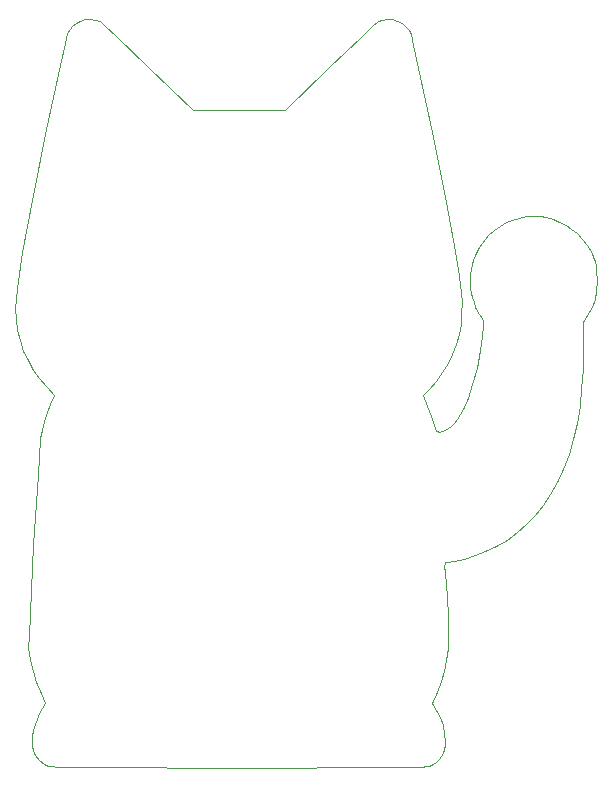
<source format=gm1>
G04 #@! TF.FileFunction,Profile,NP*
%FSLAX46Y46*%
G04 Gerber Fmt 4.6, Leading zero omitted, Abs format (unit mm)*
G04 Created by KiCad (PCBNEW 4.0.7) date Saturday, October 27, 2018 'PMt' 11:49:14 PM*
%MOMM*%
%LPD*%
G01*
G04 APERTURE LIST*
%ADD10C,0.100000*%
G04 APERTURE END LIST*
D10*
X132606995Y-124095522D02*
X132606995Y-124095522D01*
X133726074Y-124148326D02*
X132606995Y-124095522D01*
X136758970Y-124187035D02*
X133726074Y-124148326D01*
X148690286Y-124223154D02*
X136758970Y-124187035D01*
X161868385Y-124201169D02*
X148690286Y-124223154D01*
X164134138Y-124149150D02*
X161868385Y-124201169D01*
X164624584Y-124108352D02*
X164134138Y-124149150D01*
X164853748Y-124055966D02*
X164624584Y-124108352D01*
X165174734Y-123899383D02*
X164853748Y-124055966D01*
X165448441Y-123716610D02*
X165174734Y-123899383D01*
X165676161Y-123505604D02*
X165448441Y-123716610D01*
X165859165Y-123264315D02*
X165676161Y-123505604D01*
X165998744Y-122990695D02*
X165859165Y-123264315D01*
X166096175Y-122682698D02*
X165998744Y-122990695D01*
X166152744Y-122338282D02*
X166096175Y-122682698D01*
X166169734Y-121955394D02*
X166152744Y-122338282D01*
X166119382Y-121271101D02*
X166169734Y-121955394D01*
X165977100Y-120604506D02*
X166119382Y-121271101D01*
X165743798Y-119958785D02*
X165977100Y-120604506D01*
X165420389Y-119337117D02*
X165743798Y-119958785D01*
X165041621Y-118711007D02*
X165420389Y-119337117D01*
X165476810Y-117775686D02*
X165041621Y-118711007D01*
X165831677Y-116928283D02*
X165476810Y-117775686D01*
X166103124Y-116062024D02*
X165831677Y-116928283D01*
X166294634Y-115126404D02*
X166103124Y-116062024D01*
X166409682Y-114070921D02*
X166294634Y-115126404D01*
X166451750Y-112845069D02*
X166409682Y-114070921D01*
X166424318Y-111398344D02*
X166451750Y-112845069D01*
X166330857Y-109680240D02*
X166424318Y-111398344D01*
X166174850Y-107640250D02*
X166330857Y-109680240D01*
X166139821Y-107166679D02*
X166174850Y-107640250D01*
X166150122Y-106921264D02*
X166139821Y-107166679D01*
X166178147Y-106860676D02*
X166150122Y-106921264D01*
X166224547Y-106829006D02*
X166178147Y-106860676D01*
X166381903Y-106814923D02*
X166224547Y-106829006D01*
X166951131Y-106733662D02*
X166381903Y-106814923D01*
X167785617Y-106523195D02*
X166951131Y-106733662D01*
X168709646Y-106233503D02*
X167785617Y-106523195D01*
X169547499Y-105914558D02*
X168709646Y-106233503D01*
X170505773Y-105451191D02*
X169547499Y-105914558D01*
X171409940Y-104909756D02*
X170505773Y-105451191D01*
X172258949Y-104291275D02*
X171409940Y-104909756D01*
X173051740Y-103596754D02*
X172258949Y-104291275D01*
X173787253Y-102827213D02*
X173051740Y-103596754D01*
X174464431Y-101983665D02*
X173787253Y-102827213D01*
X175082213Y-101067123D02*
X174464431Y-101983665D01*
X175639542Y-100078597D02*
X175082213Y-101067123D01*
X176185151Y-98915367D02*
X175639542Y-100078597D01*
X176649596Y-97700579D02*
X176185151Y-98915367D01*
X177035030Y-96423114D02*
X176649596Y-97700579D01*
X177343631Y-95071842D02*
X177035030Y-96423114D01*
X177577554Y-93635642D02*
X177343631Y-95071842D01*
X177738971Y-92103384D02*
X177577554Y-93635642D01*
X177830041Y-90463946D02*
X177738971Y-92103384D01*
X177852929Y-88706204D02*
X177830041Y-90463946D01*
X177840088Y-86473547D02*
X177852929Y-88706204D01*
X178190786Y-85920552D02*
X177840088Y-86473547D01*
X178593472Y-85209084D02*
X178190786Y-85920552D01*
X178854968Y-84539950D02*
X178593472Y-85209084D01*
X178997817Y-83836669D02*
X178854968Y-84539950D01*
X179044548Y-83022754D02*
X178997817Y-83836669D01*
X179005367Y-82118251D02*
X179044548Y-83022754D01*
X178947373Y-81721724D02*
X179005367Y-82118251D01*
X178860341Y-81350215D02*
X178947373Y-81721724D01*
X178741701Y-80994640D02*
X178860341Y-81350215D01*
X178588883Y-80645892D02*
X178741701Y-80994640D01*
X178170421Y-79932519D02*
X178588883Y-80645892D01*
X177786164Y-79424471D02*
X178170421Y-79932519D01*
X177359038Y-78975001D02*
X177786164Y-79424471D01*
X176894322Y-78584629D02*
X177359038Y-78975001D01*
X176397312Y-78253864D02*
X176894322Y-78584629D01*
X175873299Y-77983227D02*
X176397312Y-78253864D01*
X175327571Y-77773229D02*
X175873299Y-77983227D01*
X174765418Y-77624382D02*
X175327571Y-77773229D01*
X174192135Y-77537206D02*
X174765418Y-77624382D01*
X173613009Y-77512230D02*
X174192135Y-77537206D01*
X173033327Y-77549937D02*
X173613009Y-77512230D01*
X172458384Y-77650857D02*
X173033327Y-77549937D01*
X171893471Y-77815506D02*
X172458384Y-77650857D01*
X171343877Y-78044402D02*
X171893471Y-77815506D01*
X170814891Y-78338054D02*
X171343877Y-78044402D01*
X170311802Y-78696979D02*
X170814891Y-78338054D01*
X169839904Y-79121695D02*
X170311802Y-78696979D01*
X169553996Y-79432608D02*
X169839904Y-79121695D01*
X169295856Y-79760550D02*
X169553996Y-79432608D01*
X169065791Y-80103845D02*
X169295856Y-79760550D01*
X168864095Y-80460808D02*
X169065791Y-80103845D01*
X168691065Y-80829763D02*
X168864095Y-80460808D01*
X168546999Y-81209030D02*
X168691065Y-80829763D01*
X168432194Y-81596925D02*
X168546999Y-81209030D01*
X168346943Y-81991771D02*
X168432194Y-81596925D01*
X168291551Y-82391883D02*
X168346943Y-81991771D01*
X168266320Y-82795588D02*
X168291551Y-82391883D01*
X168271541Y-83201197D02*
X168266320Y-82795588D01*
X168307496Y-83607036D02*
X168271541Y-83201197D01*
X168374496Y-84011421D02*
X168307496Y-83607036D01*
X168472839Y-84412676D02*
X168374496Y-84011421D01*
X168602819Y-84809116D02*
X168472839Y-84412676D01*
X168764736Y-85199063D02*
X168602819Y-84809116D01*
X169065037Y-85790030D02*
X168764736Y-85199063D01*
X169279814Y-86110417D02*
X169065037Y-85790030D01*
X169351388Y-86205332D02*
X169279814Y-86110417D01*
X169398737Y-86356247D02*
X169351388Y-86205332D01*
X169419452Y-86855368D02*
X169398737Y-86356247D01*
X169339273Y-87666393D02*
X169419452Y-86855368D01*
X169155552Y-88847928D02*
X169339273Y-87666393D01*
X168857248Y-90358330D02*
X169155552Y-88847928D01*
X168507140Y-91712071D02*
X168857248Y-90358330D01*
X168112100Y-92895361D02*
X168507140Y-91712071D01*
X167678996Y-93894425D02*
X168112100Y-92895361D01*
X167450320Y-94320558D02*
X167678996Y-93894425D01*
X167214701Y-94695465D02*
X167450320Y-94320558D01*
X166973009Y-95017421D02*
X167214701Y-94695465D01*
X166726092Y-95284708D02*
X166973009Y-95017421D01*
X166474819Y-95495593D02*
X166726092Y-95284708D01*
X166220037Y-95648357D02*
X166474819Y-95495593D01*
X165962619Y-95741285D02*
X166220037Y-95648357D01*
X165703412Y-95772642D02*
X165962619Y-95741285D01*
X165509797Y-95757910D02*
X165703412Y-95772642D01*
X165389206Y-95683576D02*
X165509797Y-95757910D01*
X165305106Y-95504359D02*
X165389206Y-95683576D01*
X165220945Y-95174980D02*
X165305106Y-95504359D01*
X165006256Y-94474110D02*
X165220945Y-95174980D01*
X164682868Y-93628290D02*
X165006256Y-94474110D01*
X164282071Y-92679253D02*
X164682868Y-93628290D01*
X164795450Y-92148395D02*
X164282071Y-92679253D01*
X165420558Y-91447688D02*
X164795450Y-92148395D01*
X165964298Y-90721581D02*
X165420558Y-91447688D01*
X166427707Y-89967690D02*
X165964298Y-90721581D01*
X166811809Y-89183628D02*
X166427707Y-89967690D01*
X167117633Y-88367010D02*
X166811809Y-89183628D01*
X167346211Y-87515449D02*
X167117633Y-88367010D01*
X167498569Y-86626562D02*
X167346211Y-87515449D01*
X167575734Y-85697958D02*
X167498569Y-86626562D01*
X167590861Y-84850033D02*
X167575734Y-85697958D01*
X167528049Y-83951282D02*
X167590861Y-84850033D01*
X167344896Y-82616732D02*
X167528049Y-83951282D01*
X166998993Y-80461401D02*
X167344896Y-82616732D01*
X166236793Y-76343626D02*
X166998993Y-80461401D01*
X165064154Y-70439292D02*
X166236793Y-76343626D01*
X163929685Y-64961607D02*
X165064154Y-70439292D01*
X163516955Y-63074384D02*
X163929685Y-64961607D01*
X163281999Y-62123778D02*
X163516955Y-63074384D01*
X163105077Y-61762158D02*
X163281999Y-62123778D01*
X162838041Y-61448917D02*
X163105077Y-61762158D01*
X162501147Y-61191965D02*
X162838041Y-61448917D01*
X162114635Y-60999210D02*
X162501147Y-61191965D01*
X161698755Y-60878557D02*
X162114635Y-60999210D01*
X161273757Y-60837917D02*
X161698755Y-60878557D01*
X160859886Y-60885198D02*
X161273757Y-60837917D01*
X160477388Y-61028310D02*
X160859886Y-60885198D01*
X160040764Y-61393497D02*
X160477388Y-61028310D01*
X159119193Y-62244075D02*
X160040764Y-61393497D01*
X156361411Y-64894037D02*
X159119193Y-62244075D01*
X152606955Y-68565317D02*
X156361411Y-64894037D01*
X148716426Y-68565317D02*
X152606955Y-68565317D01*
X144825896Y-68565317D02*
X148716426Y-68565317D01*
X141076693Y-64895968D02*
X144825896Y-68565317D01*
X138320703Y-62246801D02*
X141076693Y-64895968D01*
X137398180Y-61396023D02*
X138320703Y-62246801D01*
X136959435Y-61030240D02*
X137398180Y-61396023D01*
X136583436Y-60889490D02*
X136959435Y-61030240D01*
X136165702Y-60837310D02*
X136583436Y-60889490D01*
X135732127Y-60874160D02*
X136165702Y-60837310D01*
X135308599Y-61000511D02*
X135732127Y-60874160D01*
X134937953Y-61189134D02*
X135308599Y-61000511D01*
X134641569Y-61419103D02*
X134937953Y-61189134D01*
X134406184Y-61703227D02*
X134641569Y-61419103D01*
X134218546Y-62054329D02*
X134406184Y-61703227D01*
X133991448Y-62898182D02*
X134218546Y-62054329D01*
X133577041Y-64716545D02*
X133991448Y-62898182D01*
X132416233Y-70168503D02*
X133577041Y-64716545D01*
X131195986Y-76193600D02*
X132416233Y-70168503D01*
X130376164Y-80575241D02*
X131195986Y-76193600D01*
X129919641Y-83595953D02*
X130376164Y-80575241D01*
X129821691Y-84555331D02*
X129919641Y-83595953D01*
X129791792Y-85299522D02*
X129821691Y-84555331D01*
X129834557Y-86237753D02*
X129791792Y-85299522D01*
X129963380Y-87154222D02*
X129834557Y-86237753D01*
X130176622Y-88044825D02*
X129963380Y-87154222D01*
X130472650Y-88905464D02*
X130176622Y-88044825D01*
X130849823Y-89732034D02*
X130472650Y-88905464D01*
X131306507Y-90520442D02*
X130849823Y-89732034D01*
X131841070Y-91266578D02*
X131306507Y-90520442D01*
X132451872Y-91966345D02*
X131841070Y-91266578D01*
X133121196Y-92663372D02*
X132451872Y-91966345D01*
X132779594Y-93416753D02*
X133121196Y-92663372D01*
X132515668Y-94077254D02*
X132779594Y-93416753D01*
X132267846Y-94837524D02*
X132515668Y-94077254D01*
X132063689Y-95604446D02*
X132267846Y-94837524D01*
X131930754Y-96284904D02*
X132063689Y-95604446D01*
X131695412Y-99426319D02*
X131930754Y-96284904D01*
X131335257Y-105327733D02*
X131695412Y-99426319D01*
X131016027Y-111133188D02*
X131335257Y-105327733D01*
X130923554Y-113107448D02*
X131016027Y-111133188D01*
X130903460Y-113986734D02*
X130923554Y-113107448D01*
X131052862Y-115071585D02*
X130903460Y-113986734D01*
X131261238Y-116024031D02*
X131052862Y-115071585D01*
X131551380Y-116928960D02*
X131261238Y-116024031D01*
X131946059Y-117871246D02*
X131551380Y-116928960D01*
X132344797Y-118739049D02*
X131946059Y-117871246D01*
X132043742Y-119193974D02*
X132344797Y-118739049D01*
X131804324Y-119607737D02*
X132043742Y-119193974D01*
X131598686Y-120066410D02*
X131804324Y-119607737D01*
X131430577Y-120552270D02*
X131598686Y-120066410D01*
X131303766Y-121047601D02*
X131430577Y-120552270D01*
X131222015Y-121534683D02*
X131303766Y-121047601D01*
X131189085Y-121995797D02*
X131222015Y-121534683D01*
X131208728Y-122413232D02*
X131189085Y-121995797D01*
X131284719Y-122769258D02*
X131208728Y-122413232D01*
X131366383Y-122954272D02*
X131284719Y-122769258D01*
X131489328Y-123151229D02*
X131366383Y-122954272D01*
X131824277Y-123546100D02*
X131489328Y-123151229D01*
X132220026Y-123884121D02*
X131824277Y-123546100D01*
X132418970Y-124010020D02*
X132220026Y-123884121D01*
X132607035Y-124095547D02*
X132418970Y-124010020D01*
M02*

</source>
